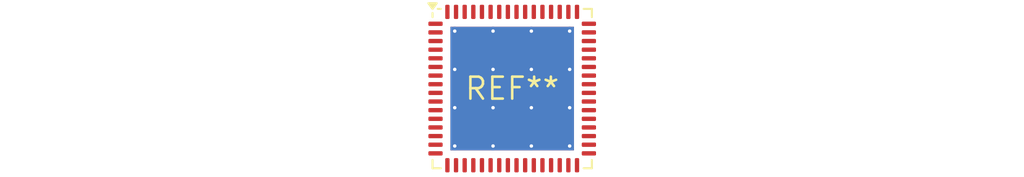
<source format=kicad_pcb>
(kicad_pcb (version 20240108) (generator pcbnew)
  (layers (0 "F.Cu" signal) (31 "B.Cu" signal) (34 "B.Paste" user) (35 "F.Paste" user) (36 "B.SilkS" user "B.Silkscreen") (37 "F.SilkS" user "F.Silkscreen") (38 "B.Mask" user) (39 "F.Mask" user) (44 "Edge.Cuts" user))
  (net 0 "")
  (footprint "VQFN-64-1EP_9x9mm_P0.5mm_EP7.15x7.15mm_ThermalVias" (layer "F.Cu") (at 0 0)
    (property "Reference" "REF**")
    (property "Value" "VQFN-64-1EP_9x9mm_P0.5mm_EP7.15x7.15mm_ThermalVias")
    (fp_line (start -4.61 -4.135) (end -4.61 -4.37) (layer "F.SilkS") (stroke (width 0.12)))
    (fp_line (start -4.61 4.61) (end -4.61 4.135) (layer "F.SilkS") (stroke (width 0.12)))
    (fp_line (start -4.135 -4.61) (end -4.31 -4.61) (layer "F.SilkS") (stroke (width 0.12)))
    (fp_line (start -4.135 4.61) (end -4.61 4.61) (layer "F.SilkS") (stroke (width 0.12)))
    (fp_line (start 4.135 -4.61) (end 4.61 -4.61) (layer "F.SilkS") (stroke (width 0.12)))
    (fp_line (start 4.135 4.61) (end 4.61 4.61) (layer "F.SilkS") (stroke (width 0.12)))
    (fp_line (start 4.61 -4.61) (end 4.61 -4.135) (layer "F.SilkS") (stroke (width 0.12)))
    (fp_line (start 4.61 4.61) (end 4.61 4.135) (layer "F.SilkS") (stroke (width 0.12)))
    (fp_poly (pts (xy -4.61 -4.61) (xy -4.85 -4.94) (xy -4.37 -4.94) (xy -4.61 -4.61)) (layer "F.SilkS") (stroke (width 0.12)) (fill solid))
    (pad "1" smd roundrect (at -4.4375 -3.75) (size 0.825 0.25) (layers "F.Cu" "F.Paste" "F.Mask"))
    (pad "2" smd roundrect (at -4.4375 -3.25) (size 0.825 0.25) (layers "F.Cu" "F.Paste" "F.Mask"))
    (pad "3" smd roundrect (at -4.4375 -2.75) (size 0.825 0.25) (layers "F.Cu" "F.Paste" "F.Mask"))
    (pad "4" smd roundrect (at -4.4375 -2.25) (size 0.825 0.25) (layers "F.Cu" "F.Paste" "F.Mask"))
    (pad "5" smd roundrect (at -4.4375 -1.75) (size 0.825 0.25) (layers "F.Cu" "F.Paste" "F.Mask"))
    (pad "6" smd roundrect (at -4.4375 -1.25) (size 0.825 0.25) (layers "F.Cu" "F.Paste" "F.Mask"))
    (pad "7" smd roundrect (at -4.4375 -0.75) (size 0.825 0.25) (layers "F.Cu" "F.Paste" "F.Mask"))
    (pad "8" smd roundrect (at -4.4375 -0.25) (size 0.825 0.25) (layers "F.Cu" "F.Paste" "F.Mask"))
    (pad "9" smd roundrect (at -4.4375 0.25) (size 0.825 0.25) (layers "F.Cu" "F.Paste" "F.Mask"))
    (pad "10" smd roundrect (at -4.4375 0.75) (size 0.825 0.25) (layers "F.Cu" "F.Paste" "F.Mask"))
    (pad "11" smd roundrect (at -4.4375 1.25) (size 0.825 0.25) (layers "F.Cu" "F.Paste" "F.Mask"))
    (pad "12" smd roundrect (at -4.4375 1.75) (size 0.825 0.25) (layers "F.Cu" "F.Paste" "F.Mask"))
    (pad "13" smd roundrect (at -4.4375 2.25) (size 0.825 0.25) (layers "F.Cu" "F.Paste" "F.Mask"))
    (pad "14" smd roundrect (at -4.4375 2.75) (size 0.825 0.25) (layers "F.Cu" "F.Paste" "F.Mask"))
    (pad "15" smd roundrect (at -4.4375 3.25) (size 0.825 0.25) (layers "F.Cu" "F.Paste" "F.Mask"))
    (pad "16" smd roundrect (at -4.4375 3.75) (size 0.825 0.25) (layers "F.Cu" "F.Paste" "F.Mask"))
    (pad "17" smd roundrect (at -3.75 4.4375) (size 0.25 0.825) (layers "F.Cu" "F.Paste" "F.Mask"))
    (pad "18" smd roundrect (at -3.25 4.4375) (size 0.25 0.825) (layers "F.Cu" "F.Paste" "F.Mask"))
    (pad "19" smd roundrect (at -2.75 4.4375) (size 0.25 0.825) (layers "F.Cu" "F.Paste" "F.Mask"))
    (pad "20" smd roundrect (at -2.25 4.4375) (size 0.25 0.825) (layers "F.Cu" "F.Paste" "F.Mask"))
    (pad "21" smd roundrect (at -1.75 4.4375) (size 0.25 0.825) (layers "F.Cu" "F.Paste" "F.Mask"))
    (pad "22" smd roundrect (at -1.25 4.4375) (size 0.25 0.825) (layers "F.Cu" "F.Paste" "F.Mask"))
    (pad "23" smd roundrect (at -0.75 4.4375) (size 0.25 0.825) (layers "F.Cu" "F.Paste" "F.Mask"))
    (pad "24" smd roundrect (at -0.25 4.4375) (size 0.25 0.825) (layers "F.Cu" "F.Paste" "F.Mask"))
    (pad "25" smd roundrect (at 0.25 4.4375) (size 0.25 0.825) (layers "F.Cu" "F.Paste" "F.Mask"))
    (pad "26" smd roundrect (at 0.75 4.4375) (size 0.25 0.825) (layers "F.Cu" "F.Paste" "F.Mask"))
    (pad "27" smd roundrect (at 1.25 4.4375) (size 0.25 0.825) (layers "F.Cu" "F.Paste" "F.Mask"))
    (pad "28" smd roundrect (at 1.75 4.4375) (size 0.25 0.825) (layers "F.Cu" "F.Paste" "F.Mask"))
    (pad "29" smd roundrect (at 2.25 4.4375) (size 0.25 0.825) (layers "F.Cu" "F.Paste" "F.Mask"))
    (pad "30" smd roundrect (at 2.75 4.4375) (size 0.25 0.825) (layers "F.Cu" "F.Paste" "F.Mask"))
    (pad "31" smd roundrect (at 3.25 4.4375) (size 0.25 0.825) (layers "F.Cu" "F.Paste" "F.Mask"))
    (pad "32" smd roundrect (at 3.75 4.4375) (size 0.25 0.825) (layers "F.Cu" "F.Paste" "F.Mask"))
    (pad "33" smd roundrect (at 4.4375 3.75) (size 0.825 0.25) (layers "F.Cu" "F.Paste" "F.Mask"))
    (pad "34" smd roundrect (at 4.4375 3.25) (size 0.825 0.25) (layers "F.Cu" "F.Paste" "F.Mask"))
    (pad "35" smd roundrect (at 4.4375 2.75) (size 0.825 0.25) (layers "F.Cu" "F.Paste" "F.Mask"))
    (pad "36" smd roundrect (at 4.4375 2.25) (size 0.825 0.25) (layers "F.Cu" "F.Paste" "F.Mask"))
    (pad "37" smd roundrect (at 4.4375 1.75) (size 0.825 0.25) (layers "F.Cu" "F.Paste" "F.Mask"))
    (pad "38" smd roundrect (at 4.4375 1.25) (size 0.825 0.25) (layers "F.Cu" "F.Paste" "F.Mask"))
    (pad "39" smd roundrect (at 4.4375 0.75) (size 0.825 0.25) (layers "F.Cu" "F.Paste" "F.Mask"))
    (pad "40" smd roundrect (at 4.4375 0.25) (size 0.825 0.25) (layers "F.Cu" "F.Paste" "F.Mask"))
    (pad "41" smd roundrect (at 4.4375 -0.25) (size 0.825 0.25) (layers "F.Cu" "F.Paste" "F.Mask"))
    (pad "42" smd roundrect (at 4.4375 -0.75) (size 0.825 0.25) (layers "F.Cu" "F.Paste" "F.Mask"))
    (pad "43" smd roundrect (at 4.4375 -1.25) (size 0.825 0.25) (layers "F.Cu" "F.Paste" "F.Mask"))
    (pad "44" smd roundrect (at 4.4375 -1.75) (size 0.825 0.25) (layers "F.Cu" "F.Paste" "F.Mask"))
    (pad "45" smd roundrect (at 4.4375 -2.25) (size 0.825 0.25) (layers "F.Cu" "F.Paste" "F.Mask"))
    (pad "46" smd roundrect (at 4.4375 -2.75) (size 0.825 0.25) (layers "F.Cu" "F.Paste" "F.Mask"))
    (pad "47" smd roundrect (at 4.4375 -3.25) (size 0.825 0.25) (layers "F.Cu" "F.Paste" "F.Mask"))
    (pad "48" smd roundrect (at 4.4375 -3.75) (size 0.825 0.25) (layers "F.Cu" "F.Paste" "F.Mask"))
    (pad "49" smd roundrect (at 3.75 -4.4375) (size 0.25 0.825) (layers "F.Cu" "F.Paste" "F.Mask"))
    (pad "50" smd roundrect (at 3.25 -4.4375) (size 0.25 0.825) (layers "F.Cu" "F.Paste" "F.Mask"))
    (pad "51" smd roundrect (at 2.75 -4.4375) (size 0.25 0.825) (layers "F.Cu" "F.Paste" "F.Mask"))
    (pad "52" smd roundrect (at 2.25 -4.4375) (size 0.25 0.825) (layers "F.Cu" "F.Paste" "F.Mask"))
    (pad "53" smd roundrect (at 1.75 -4.4375) (size 0.25 0.825) (layers "F.Cu" "F.Paste" "F.Mask"))
    (pad "54" smd roundrect (at 1.25 -4.4375) (size 0.25 0.825) (layers "F.Cu" "F.Paste" "F.Mask"))
    (pad "55" smd roundrect (at 0.75 -4.4375) (size 0.25 0.825) (layers "F.Cu" "F.Paste" "F.Mask"))
    (pad "56" smd roundrect (at 0.25 -4.4375) (size 0.25 0.825) (layers "F.Cu" "F.Paste" "F.Mask"))
    (pad "57" smd roundrect (at -0.25 -4.4375) (size 0.25 0.825) (layers "F.Cu" "F.Paste" "F.Mask"))
    (pad "58" smd roundrect (at -0.75 -4.4375) (size 0.25 0.825) (layers "F.Cu" "F.Paste" "F.Mask"))
    (pad "59" smd roundrect (at -1.25 -4.4375) (size 0.25 0.825) (layers "F.Cu" "F.Paste" "F.Mask"))
    (pad "60" smd roundrect (at -1.75 -4.4375) (size 0.25 0.825) (layers "F.Cu" "F.Paste" "F.Mask"))
    (pad "61" smd roundrect (at -2.25 -4.4375) (size 0.25 0.825) (layers "F.Cu" "F.Paste" "F.Mask"))
    (pad "62" smd roundrect (at -2.75 -4.4375) (size 0.25 0.825) (layers "F.Cu" "F.Paste" "F.Mask"))
    (pad "63" smd roundrect (at -3.25 -4.4375) (size 0.25 0.825) (layers "F.Cu" "F.Paste" "F.Mask"))
    (pad "64" smd roundrect (at -3.75 -4.4375) (size 0.25 0.825) (layers "F.Cu" "F.Paste" "F.Mask"))
    (pad "65" thru_hole circle (at -3.325 -3.325) (size 0.5 0.5) (drill 0.2) (property pad_prop_heatsink) (layers *.Cu) (remove_unused_layers))
    (pad "65" thru_hole circle (at -3.325 -1.108333) (size 0.5 0.5) (drill 0.2) (property pad_prop_heatsink) (layers *.Cu) (remove_unused_layers))
    (pad "65" thru_hole circle (at -3.325 1.108333) (size 0.5 0.5) (drill 0.2) (property pad_prop_heatsink) (layers *.Cu) (remove_unused_layers))
    (pad "65" thru_hole circle (at -3.325 3.325) (size 0.5 0.5) (drill 0.2) (property pad_prop_heatsink) (layers *.Cu) (remove_unused_layers))
    (pad "65" thru_hole circle (at -1.108333 -3.325) (size 0.5 0.5) (drill 0.2) (property pad_prop_heatsink) (layers *.Cu) (remove_unused_layers))
    (pad "65" thru_hole circle (at -1.108333 -1.108333) (size 0.5 0.5) (drill 0.2) (property pad_prop_heatsink) (layers *.Cu) (remove_unused_layers))
    (pad "65" thru_hole circle (at -1.108333 1.108333) (size 0.5 0.5) (drill 0.2) (property pad_prop_heatsink) (layers *.Cu) (remove_unused_layers))
    (pad "65" thru_hole circle (at -1.108333 3.325) (size 0.5 0.5) (drill 0.2) (property pad_prop_heatsink) (layers *.Cu) (remove_unused_layers))
    (pad "65" smd rect (at 0 0) (size 7.15 7.15) (property pad_prop_heatsink) (layers "F.Cu" "F.Mask"))
    (pad "65" smd rect (at 0 0) (size 7.15 7.15) (property pad_prop_heatsink) (layers "B.Cu"))
    (pad "65" thru_hole circle (at 1.108333 -3.325) (size 0.5 0.5) (drill 0.2) (property pad_prop_heatsink) (layers *.Cu) (remove_unused_layers))
    (pad "65" thru_hole circle (at 1.108333 -1.108333) (size 0.5 0.5) (drill 0.2) (property pad_prop_heatsink) (layers *.Cu) (remove_unused_layers))
    (pad "65" thru_hole circle (at 1.108333 1.108333) (size 0.5 0.5) (drill 0.2) (property pad_prop_heatsink) (layers *.Cu) (remove_unused_layers))
    (pad "65" thru_hole circle (at 1.108333 3.325) (size 0.5 0.5) (drill 0.2) (property pad_prop_heatsink) (layers *.Cu) (remove_unused_layers))
    (pad "65" thru_hole circle (at 3.325 -3.325) (size 0.5 0.5) (drill 0.2) (property pad_prop_heatsink) (layers *.Cu) (remove_unused_layers))
    (pad "65" thru_hole circle (at 3.325 -1.108333) (size 0.5 0.5) (drill 0.2) (property pad_prop_heatsink) (layers *.Cu) (remove_unused_layers))
    (pad "65" thru_hole circle (at 3.325 1.108333) (size 0.5 0.5) (drill 0.2) (property pad_prop_heatsink) (layers *.Cu) (remove_unused_layers))
    (pad "65" thru_hole circle (at 3.325 3.325) (size 0.5 0.5) (drill 0.2) (property pad_prop_heatsink) (layers *.Cu) (remove_unused_layers))
  )
)
</source>
